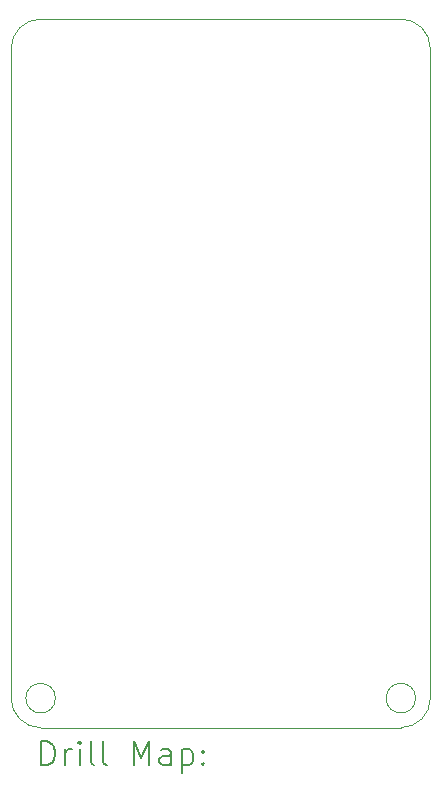
<source format=gbr>
%TF.GenerationSoftware,KiCad,Pcbnew,8.0.1*%
%TF.CreationDate,2024-03-24T18:55:27-05:00*%
%TF.ProjectId,TTWR Keypad,54545752-204b-4657-9970-61642e6b6963,V01*%
%TF.SameCoordinates,Original*%
%TF.FileFunction,Drillmap*%
%TF.FilePolarity,Positive*%
%FSLAX45Y45*%
G04 Gerber Fmt 4.5, Leading zero omitted, Abs format (unit mm)*
G04 Created by KiCad (PCBNEW 8.0.1) date 2024-03-24 18:55:27*
%MOMM*%
%LPD*%
G01*
G04 APERTURE LIST*
%ADD10C,0.100000*%
%ADD11C,0.200000*%
G04 APERTURE END LIST*
D10*
X15000000Y-4250000D02*
X15000000Y-9750000D01*
X18300000Y-4000000D02*
X15250000Y-4000000D01*
X18550000Y-9750000D02*
X18550000Y-4250000D01*
X18300000Y-10000000D02*
X15250000Y-10000000D01*
X18300000Y-4000000D02*
G75*
G02*
X18550000Y-4250000I0J-250000D01*
G01*
X15000000Y-4250000D02*
G75*
G02*
X15250000Y-4000000I250000J0D01*
G01*
X15250000Y-10000000D02*
G75*
G02*
X15000000Y-9750000I0J250000D01*
G01*
X18550000Y-9750000D02*
G75*
G02*
X18300000Y-10000000I-250000J0D01*
G01*
X15375000Y-9750000D02*
G75*
G02*
X15125000Y-9750000I-125000J0D01*
G01*
X15125000Y-9750000D02*
G75*
G02*
X15375000Y-9750000I125000J0D01*
G01*
X18425000Y-9750000D02*
G75*
G02*
X18175000Y-9750000I-125000J0D01*
G01*
X18175000Y-9750000D02*
G75*
G02*
X18425000Y-9750000I125000J0D01*
G01*
D11*
X15255777Y-10316484D02*
X15255777Y-10116484D01*
X15255777Y-10116484D02*
X15303396Y-10116484D01*
X15303396Y-10116484D02*
X15331967Y-10126008D01*
X15331967Y-10126008D02*
X15351015Y-10145055D01*
X15351015Y-10145055D02*
X15360539Y-10164103D01*
X15360539Y-10164103D02*
X15370062Y-10202198D01*
X15370062Y-10202198D02*
X15370062Y-10230770D01*
X15370062Y-10230770D02*
X15360539Y-10268865D01*
X15360539Y-10268865D02*
X15351015Y-10287912D01*
X15351015Y-10287912D02*
X15331967Y-10306960D01*
X15331967Y-10306960D02*
X15303396Y-10316484D01*
X15303396Y-10316484D02*
X15255777Y-10316484D01*
X15455777Y-10316484D02*
X15455777Y-10183150D01*
X15455777Y-10221246D02*
X15465301Y-10202198D01*
X15465301Y-10202198D02*
X15474824Y-10192674D01*
X15474824Y-10192674D02*
X15493872Y-10183150D01*
X15493872Y-10183150D02*
X15512920Y-10183150D01*
X15579586Y-10316484D02*
X15579586Y-10183150D01*
X15579586Y-10116484D02*
X15570062Y-10126008D01*
X15570062Y-10126008D02*
X15579586Y-10135531D01*
X15579586Y-10135531D02*
X15589110Y-10126008D01*
X15589110Y-10126008D02*
X15579586Y-10116484D01*
X15579586Y-10116484D02*
X15579586Y-10135531D01*
X15703396Y-10316484D02*
X15684348Y-10306960D01*
X15684348Y-10306960D02*
X15674824Y-10287912D01*
X15674824Y-10287912D02*
X15674824Y-10116484D01*
X15808158Y-10316484D02*
X15789110Y-10306960D01*
X15789110Y-10306960D02*
X15779586Y-10287912D01*
X15779586Y-10287912D02*
X15779586Y-10116484D01*
X16036729Y-10316484D02*
X16036729Y-10116484D01*
X16036729Y-10116484D02*
X16103396Y-10259341D01*
X16103396Y-10259341D02*
X16170062Y-10116484D01*
X16170062Y-10116484D02*
X16170062Y-10316484D01*
X16351015Y-10316484D02*
X16351015Y-10211722D01*
X16351015Y-10211722D02*
X16341491Y-10192674D01*
X16341491Y-10192674D02*
X16322443Y-10183150D01*
X16322443Y-10183150D02*
X16284348Y-10183150D01*
X16284348Y-10183150D02*
X16265301Y-10192674D01*
X16351015Y-10306960D02*
X16331967Y-10316484D01*
X16331967Y-10316484D02*
X16284348Y-10316484D01*
X16284348Y-10316484D02*
X16265301Y-10306960D01*
X16265301Y-10306960D02*
X16255777Y-10287912D01*
X16255777Y-10287912D02*
X16255777Y-10268865D01*
X16255777Y-10268865D02*
X16265301Y-10249817D01*
X16265301Y-10249817D02*
X16284348Y-10240293D01*
X16284348Y-10240293D02*
X16331967Y-10240293D01*
X16331967Y-10240293D02*
X16351015Y-10230770D01*
X16446253Y-10183150D02*
X16446253Y-10383150D01*
X16446253Y-10192674D02*
X16465301Y-10183150D01*
X16465301Y-10183150D02*
X16503396Y-10183150D01*
X16503396Y-10183150D02*
X16522443Y-10192674D01*
X16522443Y-10192674D02*
X16531967Y-10202198D01*
X16531967Y-10202198D02*
X16541491Y-10221246D01*
X16541491Y-10221246D02*
X16541491Y-10278389D01*
X16541491Y-10278389D02*
X16531967Y-10297436D01*
X16531967Y-10297436D02*
X16522443Y-10306960D01*
X16522443Y-10306960D02*
X16503396Y-10316484D01*
X16503396Y-10316484D02*
X16465301Y-10316484D01*
X16465301Y-10316484D02*
X16446253Y-10306960D01*
X16627205Y-10297436D02*
X16636729Y-10306960D01*
X16636729Y-10306960D02*
X16627205Y-10316484D01*
X16627205Y-10316484D02*
X16617682Y-10306960D01*
X16617682Y-10306960D02*
X16627205Y-10297436D01*
X16627205Y-10297436D02*
X16627205Y-10316484D01*
X16627205Y-10192674D02*
X16636729Y-10202198D01*
X16636729Y-10202198D02*
X16627205Y-10211722D01*
X16627205Y-10211722D02*
X16617682Y-10202198D01*
X16617682Y-10202198D02*
X16627205Y-10192674D01*
X16627205Y-10192674D02*
X16627205Y-10211722D01*
M02*

</source>
